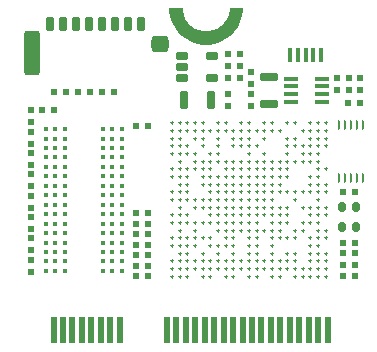
<source format=gtp>
G04*
G04 #@! TF.GenerationSoftware,Altium Limited,Altium Designer,20.0.1 (14)*
G04*
G04 Layer_Color=8421504*
%FSLAX25Y25*%
%MOIN*%
G70*
G01*
G75*
G04:AMPARAMS|DCode=12|XSize=31.5mil|YSize=23.62mil|CornerRadius=5.91mil|HoleSize=0mil|Usage=FLASHONLY|Rotation=270.000|XOffset=0mil|YOffset=0mil|HoleType=Round|Shape=RoundedRectangle|*
%AMROUNDEDRECTD12*
21,1,0.03150,0.01181,0,0,270.0*
21,1,0.01968,0.02362,0,0,270.0*
1,1,0.01181,-0.00591,-0.00984*
1,1,0.01181,-0.00591,0.00984*
1,1,0.01181,0.00591,0.00984*
1,1,0.01181,0.00591,-0.00984*
%
%ADD12ROUNDEDRECTD12*%
G04:AMPARAMS|DCode=13|XSize=15.75mil|YSize=49.21mil|CornerRadius=3.94mil|HoleSize=0mil|Usage=FLASHONLY|Rotation=180.000|XOffset=0mil|YOffset=0mil|HoleType=Round|Shape=RoundedRectangle|*
%AMROUNDEDRECTD13*
21,1,0.01575,0.04134,0,0,180.0*
21,1,0.00787,0.04921,0,0,180.0*
1,1,0.00787,-0.00394,0.02067*
1,1,0.00787,0.00394,0.02067*
1,1,0.00787,0.00394,-0.02067*
1,1,0.00787,-0.00394,-0.02067*
%
%ADD13ROUNDEDRECTD13*%
G04:AMPARAMS|DCode=14|XSize=33.47mil|YSize=9.84mil|CornerRadius=2.46mil|HoleSize=0mil|Usage=FLASHONLY|Rotation=270.000|XOffset=0mil|YOffset=0mil|HoleType=Round|Shape=RoundedRectangle|*
%AMROUNDEDRECTD14*
21,1,0.03347,0.00492,0,0,270.0*
21,1,0.02854,0.00984,0,0,270.0*
1,1,0.00492,-0.00246,-0.01427*
1,1,0.00492,-0.00246,0.01427*
1,1,0.00492,0.00246,0.01427*
1,1,0.00492,0.00246,-0.01427*
%
%ADD14ROUNDEDRECTD14*%
G04:AMPARAMS|DCode=15|XSize=47.24mil|YSize=15.75mil|CornerRadius=3.94mil|HoleSize=0mil|Usage=FLASHONLY|Rotation=0.000|XOffset=0mil|YOffset=0mil|HoleType=Round|Shape=RoundedRectangle|*
%AMROUNDEDRECTD15*
21,1,0.04724,0.00787,0,0,0.0*
21,1,0.03937,0.01575,0,0,0.0*
1,1,0.00787,0.01968,-0.00394*
1,1,0.00787,-0.01968,-0.00394*
1,1,0.00787,-0.01968,0.00394*
1,1,0.00787,0.01968,0.00394*
%
%ADD15ROUNDEDRECTD15*%
G04:AMPARAMS|DCode=16|XSize=43.31mil|YSize=23.62mil|CornerRadius=3.54mil|HoleSize=0mil|Usage=FLASHONLY|Rotation=0.000|XOffset=0mil|YOffset=0mil|HoleType=Round|Shape=RoundedRectangle|*
%AMROUNDEDRECTD16*
21,1,0.04331,0.01654,0,0,0.0*
21,1,0.03622,0.02362,0,0,0.0*
1,1,0.00709,0.01811,-0.00827*
1,1,0.00709,-0.01811,-0.00827*
1,1,0.00709,-0.01811,0.00827*
1,1,0.00709,0.01811,0.00827*
%
%ADD16ROUNDEDRECTD16*%
G04:AMPARAMS|DCode=17|XSize=16mil|YSize=16mil|CornerRadius=8mil|HoleSize=0mil|Usage=FLASHONLY|Rotation=180.000|XOffset=0mil|YOffset=0mil|HoleType=Round|Shape=RoundedRectangle|*
%AMROUNDEDRECTD17*
21,1,0.01600,0.00000,0,0,180.0*
21,1,0.00000,0.01600,0,0,180.0*
1,1,0.01600,0.00000,0.00000*
1,1,0.01600,0.00000,0.00000*
1,1,0.01600,0.00000,0.00000*
1,1,0.01600,0.00000,0.00000*
%
%ADD17ROUNDEDRECTD17*%
G04:AMPARAMS|DCode=18|XSize=12mil|YSize=12mil|CornerRadius=6mil|HoleSize=0mil|Usage=FLASHONLY|Rotation=180.000|XOffset=0mil|YOffset=0mil|HoleType=Round|Shape=RoundedRectangle|*
%AMROUNDEDRECTD18*
21,1,0.01200,0.00000,0,0,180.0*
21,1,0.00000,0.01200,0,0,180.0*
1,1,0.01200,0.00000,0.00000*
1,1,0.01200,0.00000,0.00000*
1,1,0.01200,0.00000,0.00000*
1,1,0.01200,0.00000,0.00000*
%
%ADD18ROUNDEDRECTD18*%
G04:AMPARAMS|DCode=19|XSize=20mil|YSize=20mil|CornerRadius=3mil|HoleSize=0mil|Usage=FLASHONLY|Rotation=0.000|XOffset=0mil|YOffset=0mil|HoleType=Round|Shape=RoundedRectangle|*
%AMROUNDEDRECTD19*
21,1,0.02000,0.01400,0,0,0.0*
21,1,0.01400,0.02000,0,0,0.0*
1,1,0.00600,0.00700,-0.00700*
1,1,0.00600,-0.00700,-0.00700*
1,1,0.00600,-0.00700,0.00700*
1,1,0.00600,0.00700,0.00700*
%
%ADD19ROUNDEDRECTD19*%
G04:AMPARAMS|DCode=20|XSize=20mil|YSize=20mil|CornerRadius=3mil|HoleSize=0mil|Usage=FLASHONLY|Rotation=270.000|XOffset=0mil|YOffset=0mil|HoleType=Round|Shape=RoundedRectangle|*
%AMROUNDEDRECTD20*
21,1,0.02000,0.01400,0,0,270.0*
21,1,0.01400,0.02000,0,0,270.0*
1,1,0.00600,-0.00700,-0.00700*
1,1,0.00600,-0.00700,0.00700*
1,1,0.00600,0.00700,0.00700*
1,1,0.00600,0.00700,-0.00700*
%
%ADD20ROUNDEDRECTD20*%
G04:AMPARAMS|DCode=21|XSize=27.56mil|YSize=59.06mil|CornerRadius=4.13mil|HoleSize=0mil|Usage=FLASHONLY|Rotation=90.000|XOffset=0mil|YOffset=0mil|HoleType=Round|Shape=RoundedRectangle|*
%AMROUNDEDRECTD21*
21,1,0.02756,0.05079,0,0,90.0*
21,1,0.01929,0.05906,0,0,90.0*
1,1,0.00827,0.02539,0.00965*
1,1,0.00827,0.02539,-0.00965*
1,1,0.00827,-0.02539,-0.00965*
1,1,0.00827,-0.02539,0.00965*
%
%ADD21ROUNDEDRECTD21*%
G04:AMPARAMS|DCode=22|XSize=27.56mil|YSize=59.06mil|CornerRadius=4.13mil|HoleSize=0mil|Usage=FLASHONLY|Rotation=90.000|XOffset=0mil|YOffset=0mil|HoleType=Round|Shape=RoundedRectangle|*
%AMROUNDEDRECTD22*
21,1,0.02756,0.05079,0,0,90.0*
21,1,0.01929,0.05906,0,0,90.0*
1,1,0.00827,0.02539,0.00965*
1,1,0.00827,0.02539,-0.00965*
1,1,0.00827,-0.02539,-0.00965*
1,1,0.00827,-0.02539,0.00965*
%
%ADD22ROUNDEDRECTD22*%
G04:AMPARAMS|DCode=23|XSize=27.56mil|YSize=59.06mil|CornerRadius=4.13mil|HoleSize=0mil|Usage=FLASHONLY|Rotation=0.000|XOffset=0mil|YOffset=0mil|HoleType=Round|Shape=RoundedRectangle|*
%AMROUNDEDRECTD23*
21,1,0.02756,0.05079,0,0,0.0*
21,1,0.01929,0.05906,0,0,0.0*
1,1,0.00827,0.00965,-0.02539*
1,1,0.00827,-0.00965,-0.02539*
1,1,0.00827,-0.00965,0.02539*
1,1,0.00827,0.00965,0.02539*
%
%ADD23ROUNDEDRECTD23*%
G04:AMPARAMS|DCode=24|XSize=27.56mil|YSize=59.06mil|CornerRadius=4.13mil|HoleSize=0mil|Usage=FLASHONLY|Rotation=0.000|XOffset=0mil|YOffset=0mil|HoleType=Round|Shape=RoundedRectangle|*
%AMROUNDEDRECTD24*
21,1,0.02756,0.05079,0,0,0.0*
21,1,0.01929,0.05906,0,0,0.0*
1,1,0.00827,0.00965,-0.02539*
1,1,0.00827,-0.00965,-0.02539*
1,1,0.00827,-0.00965,0.02539*
1,1,0.00827,0.00965,0.02539*
%
%ADD24ROUNDEDRECTD24*%
G04:AMPARAMS|DCode=25|XSize=27.56mil|YSize=47.24mil|CornerRadius=6.89mil|HoleSize=0mil|Usage=FLASHONLY|Rotation=0.000|XOffset=0mil|YOffset=0mil|HoleType=Round|Shape=RoundedRectangle|*
%AMROUNDEDRECTD25*
21,1,0.02756,0.03347,0,0,0.0*
21,1,0.01378,0.04724,0,0,0.0*
1,1,0.01378,0.00689,-0.01673*
1,1,0.01378,-0.00689,-0.01673*
1,1,0.01378,-0.00689,0.01673*
1,1,0.01378,0.00689,0.01673*
%
%ADD25ROUNDEDRECTD25*%
G04:AMPARAMS|DCode=26|XSize=57.09mil|YSize=55.12mil|CornerRadius=13.78mil|HoleSize=0mil|Usage=FLASHONLY|Rotation=0.000|XOffset=0mil|YOffset=0mil|HoleType=Round|Shape=RoundedRectangle|*
%AMROUNDEDRECTD26*
21,1,0.05709,0.02756,0,0,0.0*
21,1,0.02953,0.05512,0,0,0.0*
1,1,0.02756,0.01476,-0.01378*
1,1,0.02756,-0.01476,-0.01378*
1,1,0.02756,-0.01476,0.01378*
1,1,0.02756,0.01476,0.01378*
%
%ADD26ROUNDEDRECTD26*%
G04:AMPARAMS|DCode=27|XSize=55.12mil|YSize=149.61mil|CornerRadius=13.78mil|HoleSize=0mil|Usage=FLASHONLY|Rotation=0.000|XOffset=0mil|YOffset=0mil|HoleType=Round|Shape=RoundedRectangle|*
%AMROUNDEDRECTD27*
21,1,0.05512,0.12205,0,0,0.0*
21,1,0.02756,0.14961,0,0,0.0*
1,1,0.02756,0.01378,-0.06102*
1,1,0.02756,-0.01378,-0.06102*
1,1,0.02756,-0.01378,0.06102*
1,1,0.02756,0.01378,0.06102*
%
%ADD27ROUNDEDRECTD27*%
%ADD28R,0.02362X0.09055*%
G36*
X67249Y111948D02*
X66947Y110044D01*
X66351Y108210D01*
X65476Y106492D01*
X64343Y104932D01*
X62980Y103569D01*
X61420Y102436D01*
X59702Y101560D01*
X57868Y100965D01*
X55964Y100663D01*
X54036D01*
X52132Y100965D01*
X50298Y101560D01*
X48580Y102436D01*
X47020Y103569D01*
X45657Y104932D01*
X44524Y106492D01*
X43649Y108210D01*
X43053Y110044D01*
X42751Y111948D01*
Y112912D01*
X47126D01*
X47164Y112140D01*
X47465Y110626D01*
X48056Y109200D01*
X48913Y107917D01*
X50005Y106825D01*
X51288Y105967D01*
X52714Y105377D01*
X54228Y105076D01*
X55772D01*
X57286Y105377D01*
X58712Y105967D01*
X59995Y106825D01*
X61087Y107917D01*
X61944Y109200D01*
X62535Y110626D01*
X62836Y112140D01*
X62874Y112912D01*
X67249D01*
Y111948D01*
D02*
G37*
D12*
X100172Y46360D02*
D03*
Y39864D02*
D03*
X105094D02*
D03*
Y46360D02*
D03*
D13*
X88115Y97212D02*
D03*
X90674D02*
D03*
X93233D02*
D03*
X85556D02*
D03*
X82997D02*
D03*
D14*
X107270Y73970D02*
D03*
X105301D02*
D03*
X103333D02*
D03*
X101365D02*
D03*
X99396D02*
D03*
X107270Y56253D02*
D03*
X105301D02*
D03*
X103333D02*
D03*
X101365D02*
D03*
X99396D02*
D03*
D15*
X83433Y89312D02*
D03*
Y86753D02*
D03*
Y84194D02*
D03*
Y81635D02*
D03*
X93669D02*
D03*
Y84194D02*
D03*
Y86753D02*
D03*
Y89312D02*
D03*
D16*
X46815Y96852D02*
D03*
Y93112D02*
D03*
Y89372D02*
D03*
X57051D02*
D03*
Y96852D02*
D03*
D17*
X1617Y72469D02*
D03*
X4767D02*
D03*
X7916D02*
D03*
X20515D02*
D03*
X23664D02*
D03*
X26814D02*
D03*
X1617Y69320D02*
D03*
X4767D02*
D03*
X7916D02*
D03*
X20515D02*
D03*
X23664D02*
D03*
X26814D02*
D03*
X1617Y66170D02*
D03*
X4767D02*
D03*
X7916D02*
D03*
X20515D02*
D03*
X23664D02*
D03*
X26814D02*
D03*
X1617Y63020D02*
D03*
X4767D02*
D03*
X7916D02*
D03*
X20515D02*
D03*
X23664D02*
D03*
X26814D02*
D03*
X1617Y59871D02*
D03*
X4767D02*
D03*
X7916D02*
D03*
X20515D02*
D03*
X23664D02*
D03*
X26814D02*
D03*
X1617Y56721D02*
D03*
X4767D02*
D03*
X7916D02*
D03*
X20515D02*
D03*
X23664D02*
D03*
X26814D02*
D03*
X1617Y53572D02*
D03*
X4767D02*
D03*
X7916D02*
D03*
X20515D02*
D03*
X23664D02*
D03*
X26814D02*
D03*
X1617Y50422D02*
D03*
X4767D02*
D03*
X7916D02*
D03*
X20515D02*
D03*
X23664D02*
D03*
X26814D02*
D03*
X1617Y47272D02*
D03*
X4767D02*
D03*
X7916D02*
D03*
X20515D02*
D03*
X23664D02*
D03*
X26814D02*
D03*
X1617Y44123D02*
D03*
X4767D02*
D03*
X7916D02*
D03*
X20515D02*
D03*
X23664D02*
D03*
X26814D02*
D03*
X1617Y40973D02*
D03*
X4767D02*
D03*
X7916D02*
D03*
X20515D02*
D03*
X23664D02*
D03*
X26814D02*
D03*
X1617Y37824D02*
D03*
X4767D02*
D03*
X7916D02*
D03*
X20515D02*
D03*
X23664D02*
D03*
X26814D02*
D03*
X1617Y34674D02*
D03*
X4767D02*
D03*
X7916D02*
D03*
X20515D02*
D03*
X23664D02*
D03*
X26814D02*
D03*
X1617Y31524D02*
D03*
X4767D02*
D03*
X7916D02*
D03*
X20515D02*
D03*
X23664D02*
D03*
X26814D02*
D03*
X1617Y28375D02*
D03*
X4767D02*
D03*
X7916D02*
D03*
X20515D02*
D03*
X23664D02*
D03*
X26814D02*
D03*
X1617Y25225D02*
D03*
X4767D02*
D03*
X7916D02*
D03*
X20515D02*
D03*
X23664D02*
D03*
X26814D02*
D03*
D18*
X94805Y74461D02*
D03*
Y71902D02*
D03*
Y69343D02*
D03*
Y66784D02*
D03*
Y59107D02*
D03*
Y53989D02*
D03*
Y51430D02*
D03*
Y46312D02*
D03*
Y43753D02*
D03*
Y38635D02*
D03*
Y36075D02*
D03*
Y30957D02*
D03*
Y28398D02*
D03*
Y25839D02*
D03*
Y23280D02*
D03*
X92246D02*
D03*
X89687D02*
D03*
X87128D02*
D03*
X84569D02*
D03*
X79451D02*
D03*
X76892D02*
D03*
X71774D02*
D03*
X43624D02*
D03*
X46183D02*
D03*
X48742D02*
D03*
X53860D02*
D03*
X56419D02*
D03*
X61538D02*
D03*
X64097D02*
D03*
X43624Y48871D02*
D03*
X46183D02*
D03*
X48742D02*
D03*
X51301D02*
D03*
X53860D02*
D03*
X56419D02*
D03*
X58979D02*
D03*
X61538D02*
D03*
X64097D02*
D03*
X66656D02*
D03*
X92246D02*
D03*
X84569D02*
D03*
X76892D02*
D03*
X74333D02*
D03*
X71774D02*
D03*
X69215D02*
D03*
Y46312D02*
D03*
Y43753D02*
D03*
Y41194D02*
D03*
Y38635D02*
D03*
Y36075D02*
D03*
Y33516D02*
D03*
Y30957D02*
D03*
Y28398D02*
D03*
Y25839D02*
D03*
Y23280D02*
D03*
Y51430D02*
D03*
Y53989D02*
D03*
Y56548D02*
D03*
Y59107D02*
D03*
Y61666D02*
D03*
Y64225D02*
D03*
Y66784D02*
D03*
Y69343D02*
D03*
Y71902D02*
D03*
Y74461D02*
D03*
X92246Y25839D02*
D03*
Y28398D02*
D03*
Y30957D02*
D03*
Y33516D02*
D03*
Y36075D02*
D03*
Y38635D02*
D03*
Y41194D02*
D03*
Y43753D02*
D03*
Y46312D02*
D03*
Y51430D02*
D03*
Y53989D02*
D03*
Y56548D02*
D03*
Y59107D02*
D03*
Y61666D02*
D03*
Y64225D02*
D03*
Y66784D02*
D03*
Y69343D02*
D03*
Y71902D02*
D03*
Y74461D02*
D03*
X89687Y25839D02*
D03*
Y28398D02*
D03*
Y30957D02*
D03*
Y33516D02*
D03*
Y36075D02*
D03*
Y41194D02*
D03*
Y43753D02*
D03*
Y46312D02*
D03*
Y51430D02*
D03*
Y53989D02*
D03*
Y56548D02*
D03*
Y61666D02*
D03*
Y64225D02*
D03*
Y66784D02*
D03*
Y69343D02*
D03*
Y71902D02*
D03*
Y74461D02*
D03*
X87128Y25839D02*
D03*
Y38635D02*
D03*
Y41194D02*
D03*
Y46312D02*
D03*
Y51430D02*
D03*
Y61666D02*
D03*
Y64225D02*
D03*
Y66784D02*
D03*
Y71902D02*
D03*
X84569Y25839D02*
D03*
Y28398D02*
D03*
Y30957D02*
D03*
Y36075D02*
D03*
Y38635D02*
D03*
Y51430D02*
D03*
Y61666D02*
D03*
Y66784D02*
D03*
Y69343D02*
D03*
Y74461D02*
D03*
X82010Y25839D02*
D03*
Y28398D02*
D03*
Y30957D02*
D03*
Y36075D02*
D03*
Y41194D02*
D03*
Y43753D02*
D03*
Y46312D02*
D03*
Y51430D02*
D03*
Y56548D02*
D03*
Y59107D02*
D03*
Y61666D02*
D03*
Y64225D02*
D03*
Y66784D02*
D03*
Y69343D02*
D03*
Y74461D02*
D03*
X79451Y25839D02*
D03*
Y28398D02*
D03*
Y36075D02*
D03*
Y38635D02*
D03*
Y41194D02*
D03*
Y43753D02*
D03*
Y46312D02*
D03*
Y51430D02*
D03*
Y53989D02*
D03*
Y56548D02*
D03*
Y59107D02*
D03*
Y61666D02*
D03*
Y71902D02*
D03*
X76892Y25839D02*
D03*
Y28398D02*
D03*
Y30957D02*
D03*
Y33516D02*
D03*
Y36075D02*
D03*
Y38635D02*
D03*
Y41194D02*
D03*
Y43753D02*
D03*
Y46312D02*
D03*
Y51430D02*
D03*
Y53989D02*
D03*
Y56548D02*
D03*
Y59107D02*
D03*
Y61666D02*
D03*
Y71902D02*
D03*
Y74461D02*
D03*
X74333Y25839D02*
D03*
Y28398D02*
D03*
Y38635D02*
D03*
Y43753D02*
D03*
Y46312D02*
D03*
Y51430D02*
D03*
Y53989D02*
D03*
Y56548D02*
D03*
Y59107D02*
D03*
Y61666D02*
D03*
Y64225D02*
D03*
Y69343D02*
D03*
Y71902D02*
D03*
Y74461D02*
D03*
X71774Y25839D02*
D03*
Y28398D02*
D03*
Y30957D02*
D03*
Y33516D02*
D03*
Y36075D02*
D03*
Y38635D02*
D03*
Y41194D02*
D03*
Y43753D02*
D03*
Y46312D02*
D03*
Y51430D02*
D03*
Y53989D02*
D03*
Y56548D02*
D03*
Y59107D02*
D03*
Y61666D02*
D03*
Y66784D02*
D03*
Y71902D02*
D03*
X66656Y25839D02*
D03*
Y28398D02*
D03*
Y38635D02*
D03*
Y41194D02*
D03*
Y43753D02*
D03*
Y46312D02*
D03*
Y51430D02*
D03*
Y53989D02*
D03*
Y56548D02*
D03*
Y59107D02*
D03*
Y61666D02*
D03*
Y66784D02*
D03*
Y69343D02*
D03*
Y71902D02*
D03*
Y74461D02*
D03*
X64097Y25839D02*
D03*
Y28398D02*
D03*
Y30957D02*
D03*
Y33516D02*
D03*
Y36075D02*
D03*
Y38635D02*
D03*
Y41194D02*
D03*
Y43753D02*
D03*
Y46312D02*
D03*
Y51430D02*
D03*
Y53989D02*
D03*
Y56548D02*
D03*
Y59107D02*
D03*
Y61666D02*
D03*
Y66784D02*
D03*
Y69343D02*
D03*
Y71902D02*
D03*
X61538Y25839D02*
D03*
Y28398D02*
D03*
Y33516D02*
D03*
Y36075D02*
D03*
Y38635D02*
D03*
Y41194D02*
D03*
Y43753D02*
D03*
Y46312D02*
D03*
Y51430D02*
D03*
Y53989D02*
D03*
Y56548D02*
D03*
Y59107D02*
D03*
Y61666D02*
D03*
Y71902D02*
D03*
Y74461D02*
D03*
X58979Y25839D02*
D03*
Y28398D02*
D03*
Y30957D02*
D03*
Y33516D02*
D03*
Y38635D02*
D03*
Y41194D02*
D03*
Y43753D02*
D03*
Y46312D02*
D03*
Y51430D02*
D03*
Y53989D02*
D03*
Y56548D02*
D03*
Y61666D02*
D03*
Y64225D02*
D03*
Y66784D02*
D03*
Y69343D02*
D03*
Y71902D02*
D03*
Y74461D02*
D03*
X56419Y25839D02*
D03*
Y28398D02*
D03*
Y33516D02*
D03*
Y36075D02*
D03*
Y41194D02*
D03*
Y43753D02*
D03*
Y46312D02*
D03*
Y51430D02*
D03*
Y53989D02*
D03*
Y56548D02*
D03*
Y59107D02*
D03*
Y61666D02*
D03*
Y64225D02*
D03*
Y71902D02*
D03*
X53860Y25839D02*
D03*
Y28398D02*
D03*
Y30957D02*
D03*
Y36075D02*
D03*
Y41194D02*
D03*
Y46312D02*
D03*
Y53989D02*
D03*
Y56548D02*
D03*
Y59107D02*
D03*
Y61666D02*
D03*
Y66784D02*
D03*
Y69343D02*
D03*
Y71902D02*
D03*
Y74461D02*
D03*
X51301Y25839D02*
D03*
Y28398D02*
D03*
Y33516D02*
D03*
Y36075D02*
D03*
Y38635D02*
D03*
Y41194D02*
D03*
Y46312D02*
D03*
Y59107D02*
D03*
Y61666D02*
D03*
Y64225D02*
D03*
Y69343D02*
D03*
Y71902D02*
D03*
Y74461D02*
D03*
X48742Y25839D02*
D03*
Y28398D02*
D03*
Y30957D02*
D03*
Y33516D02*
D03*
Y36075D02*
D03*
Y41194D02*
D03*
Y43753D02*
D03*
Y51430D02*
D03*
Y53989D02*
D03*
Y56548D02*
D03*
Y59107D02*
D03*
Y64225D02*
D03*
Y66784D02*
D03*
Y71902D02*
D03*
Y74461D02*
D03*
X46183Y25839D02*
D03*
Y28398D02*
D03*
Y30957D02*
D03*
Y33516D02*
D03*
Y36075D02*
D03*
Y38635D02*
D03*
Y41194D02*
D03*
Y43753D02*
D03*
Y46312D02*
D03*
Y51430D02*
D03*
Y53989D02*
D03*
Y56548D02*
D03*
Y59107D02*
D03*
Y61666D02*
D03*
Y64225D02*
D03*
Y66784D02*
D03*
Y69343D02*
D03*
Y71902D02*
D03*
Y74461D02*
D03*
X43624Y25839D02*
D03*
Y28398D02*
D03*
Y33516D02*
D03*
Y36075D02*
D03*
Y41194D02*
D03*
Y43753D02*
D03*
Y51430D02*
D03*
Y56548D02*
D03*
Y59107D02*
D03*
Y64225D02*
D03*
Y66784D02*
D03*
Y69343D02*
D03*
Y71902D02*
D03*
Y74461D02*
D03*
D19*
X12333Y84712D02*
D03*
X16333D02*
D03*
X24233D02*
D03*
X20233D02*
D03*
X102733Y89512D02*
D03*
X98733D02*
D03*
Y85512D02*
D03*
X102733D02*
D03*
X35715Y33871D02*
D03*
X31715D02*
D03*
Y26871D02*
D03*
X35715D02*
D03*
X4433Y84712D02*
D03*
X8433D02*
D03*
X106333Y81212D02*
D03*
X102333D02*
D03*
X66333Y89412D02*
D03*
X62333D02*
D03*
X104633Y23612D02*
D03*
X100633D02*
D03*
Y51512D02*
D03*
X104633D02*
D03*
X100633Y34612D02*
D03*
X104633D02*
D03*
X4433Y78712D02*
D03*
X433D02*
D03*
X35715Y73371D02*
D03*
X31715D02*
D03*
X35715Y40871D02*
D03*
X31715D02*
D03*
X35715Y23371D02*
D03*
X31715D02*
D03*
X35715Y37371D02*
D03*
X31715D02*
D03*
Y30371D02*
D03*
X35715D02*
D03*
Y44371D02*
D03*
X31715D02*
D03*
D20*
X66333Y97512D02*
D03*
Y93512D02*
D03*
X62333Y97512D02*
D03*
Y93512D02*
D03*
X-3285Y53371D02*
D03*
Y57371D02*
D03*
Y28871D02*
D03*
Y24871D02*
D03*
Y46271D02*
D03*
Y50271D02*
D03*
X104633Y31212D02*
D03*
Y27212D02*
D03*
X106333Y89512D02*
D03*
Y85512D02*
D03*
X69800Y80200D02*
D03*
Y84200D02*
D03*
Y91600D02*
D03*
Y87600D02*
D03*
X62233Y80212D02*
D03*
Y84212D02*
D03*
X100633Y27212D02*
D03*
Y31212D02*
D03*
X-3267Y78712D02*
D03*
Y74712D02*
D03*
X-3285Y43171D02*
D03*
Y39171D02*
D03*
Y32071D02*
D03*
Y36071D02*
D03*
Y67571D02*
D03*
Y71571D02*
D03*
Y60471D02*
D03*
Y64471D02*
D03*
D21*
X75933Y80946D02*
D03*
D22*
Y90001D02*
D03*
D23*
X47605Y82312D02*
D03*
D24*
X56661D02*
D03*
D25*
X33194Y107612D02*
D03*
X28864D02*
D03*
X24533D02*
D03*
X20202D02*
D03*
X15872D02*
D03*
X11541D02*
D03*
X7210D02*
D03*
X2880D02*
D03*
D26*
X39592Y100722D02*
D03*
D27*
X-3125Y97769D02*
D03*
D28*
X95472Y5512D02*
D03*
X92323D02*
D03*
X89173D02*
D03*
X86024D02*
D03*
X82874D02*
D03*
X79724D02*
D03*
X76575D02*
D03*
X73425D02*
D03*
X70275D02*
D03*
X67126D02*
D03*
X63976D02*
D03*
X60827D02*
D03*
X57677D02*
D03*
X54527D02*
D03*
X51378D02*
D03*
X48228D02*
D03*
X45079D02*
D03*
X41929D02*
D03*
X26181D02*
D03*
X23031D02*
D03*
X19882D02*
D03*
X16732D02*
D03*
X13583D02*
D03*
X10433D02*
D03*
X7283D02*
D03*
X4134D02*
D03*
M02*

</source>
